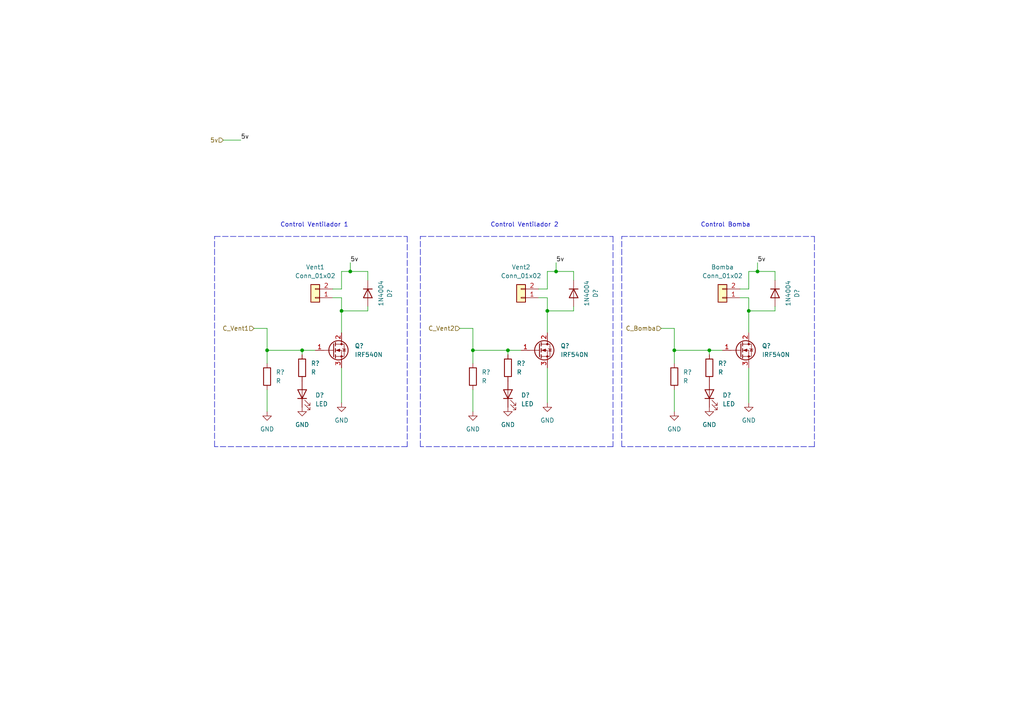
<source format=kicad_sch>
(kicad_sch (version 20211123) (generator eeschema)
  (paper "A4")
  (lib_symbols
    (symbol "Connector_Generic:Conn_01x02" (pin_names (offset 1.016) hide)
      (property "Reference" "J" (at 0 2.54 0))
      (property "Value" "Conn_01x02" (at 0 -5.08 0))
      (symbol "Conn_01x02_1_1"
        (rectangle (start -1.27 -2.413) (end 0 -2.667) (stroke (width 0.1524)))
        (rectangle (start -1.27 0.127) (end 0 -0.127) (stroke (width 0.1524)))
        (rectangle (start -1.27 1.27) (end 1.27 -3.81) (stroke (width 0.254)) (fill (type background)))
        (pin passive line (at -5.08 0 0) (length 3.81) (name "Pin_1") (number "1"))
        (pin passive line (at -5.08 -2.54 0) (length 3.81) (name "Pin_2") (number "2"))
      )
    )
    (symbol "Device:LED" (pin_numbers hide) (pin_names (offset 1.016) hide)
      (property "Reference" "D" (at 0 2.54 0))
      (property "Value" "LED" (at 0 -2.54 0))
      (symbol "LED_0_1"
        (polyline (pts (xy -1.27 -1.27) (xy -1.27 1.27)) (stroke (width 0.254)))
        (polyline (pts (xy -1.27 0) (xy 1.27 0)))
        (polyline (pts (xy 1.27 -1.27) (xy 1.27 1.27) (xy -1.27 0) (xy 1.27 -1.27)) (stroke (width 0.254)))
        (polyline (pts (xy -3.048 -0.762) (xy -4.572 -2.286) (xy -3.81 -2.286) (xy -4.572 -2.286) (xy -4.572 -1.524)))
        (polyline (pts (xy -1.778 -0.762) (xy -3.302 -2.286) (xy -2.54 -2.286) (xy -3.302 -2.286) (xy -3.302 -1.524)))
      )
      (symbol "LED_1_1"
        (pin passive line (at -3.81 0 0) (length 2.54) (name "K") (number "1"))
        (pin passive line (at 3.81 0 180) (length 2.54) (name "A") (number "2"))
      )
    )
    (symbol "Device:R" (pin_numbers hide) (pin_names (offset 0))
      (property "Reference" "R" (at 2.032 0 90))
      (property "Value" "R" (at 0 0 90))
      (symbol "R_0_1"
        (rectangle (start -1.016 -2.54) (end 1.016 2.54) (stroke (width 0.254)))
      )
      (symbol "R_1_1"
        (pin passive line (at 0 3.81 270) (length 1.27) (name "~") (number "1"))
        (pin passive line (at 0 -3.81 90) (length 1.27) (name "~") (number "2"))
      )
    )
    (symbol "Diode:1N4004" (pin_numbers hide) (pin_names (offset 1.016) hide)
      (property "Reference" "D" (at 0 2.54 0))
      (property "Value" "1N4004" (at 0 -2.54 0))
      (symbol "1N4004_0_1"
        (polyline (pts (xy -1.27 1.27) (xy -1.27 -1.27)) (stroke (width 0.254)))
        (polyline (pts (xy 1.27 0) (xy -1.27 0)))
        (polyline (pts (xy 1.27 1.27) (xy 1.27 -1.27) (xy -1.27 0) (xy 1.27 1.27)) (stroke (width 0.254)))
      )
      (symbol "1N4004_1_1"
        (pin passive line (at -3.81 0 0) (length 2.54) (name "K") (number "1"))
        (pin passive line (at 3.81 0 180) (length 2.54) (name "A") (number "2"))
      )
    )
    (symbol "Transistor_FET:IRF540N" (pin_names hide)
      (property "Reference" "Q" (at 6.35 1.905 0))
      (property "Value" "IRF540N" (at 6.35 0 0))
      (symbol "IRF540N_0_1"
        (polyline (pts (xy 0.254 0) (xy -2.54 0)))
        (polyline (pts (xy 0.254 1.905) (xy 0.254 -1.905)) (stroke (width 0.254)))
        (polyline (pts (xy 0.762 -1.27) (xy 0.762 -2.286)) (stroke (width 0.254)))
        (polyline (pts (xy 0.762 0.508) (xy 0.762 -0.508)) (stroke (width 0.254)))
        (polyline (pts (xy 0.762 2.286) (xy 0.762 1.27)) (stroke (width 0.254)))
        (polyline (pts (xy 2.54 2.54) (xy 2.54 1.778)))
        (polyline (pts (xy 2.54 -2.54) (xy 2.54 0) (xy 0.762 0)))
        (polyline (pts (xy 0.762 -1.778) (xy 3.302 -1.778) (xy 3.302 1.778) (xy 0.762 1.778)))
        (polyline (pts (xy 1.016 0) (xy 2.032 0.381) (xy 2.032 -0.381) (xy 1.016 0)) (fill (type outline)))
        (polyline (pts (xy 2.794 0.508) (xy 2.921 0.381) (xy 3.683 0.381) (xy 3.81 0.254)))
        (polyline (pts (xy 3.302 0.381) (xy 2.921 -0.254) (xy 3.683 -0.254) (xy 3.302 0.381)))
        (circle (center 1.651 0) (radius 2.794) (stroke (width 0.254)))
        (circle (center 2.54 -1.778) (radius 0.254) (fill (type outline)))
        (circle (center 2.54 1.778) (radius 0.254) (fill (type outline)))
      )
      (symbol "IRF540N_1_1"
        (pin input line (at -5.08 0 0) (length 2.54) (name "G") (number "1"))
        (pin passive line (at 2.54 5.08 270) (length 2.54) (name "D") (number "2"))
        (pin passive line (at 2.54 -5.08 90) (length 2.54) (name "S") (number "3"))
      )
    )
    (symbol "power:GND" (power) (pin_names (offset 0))
      (property "Value" "GND" (at 0 -3.81 0))
      (symbol "GND_0_1"
        (polyline (pts (xy 0 0) (xy 0 -1.27) (xy 1.27 -1.27) (xy 0 -2.54) (xy -1.27 -1.27) (xy 0 -1.27)))
      )
      (symbol "GND_1_1"
        (pin power_in line (at 0 0 270) (length 0) hide (name "GND") (number "1"))
      )
    )
  )
  (junction (at 137.16 101.6))
  (junction (at 158.75 90.17))
  (junction (at 195.58 101.6))
  (junction (at 147.32 101.6))
  (junction (at 217.17 90.17))
  (junction (at 77.47 101.6))
  (junction (at 99.06 90.17))
  (junction (at 161.29 78.74))
  (junction (at 101.6 78.74))
  (junction (at 87.63 101.6))
  (junction (at 219.71 78.74))
  (junction (at 205.74 101.6))
  (polyline (pts (xy 236.22 129.54) (xy 180.34 129.54)))
  (wire (pts (xy 77.47 113.03) (xy 77.47 119.38)))
  (polyline (pts (xy 180.34 129.54) (xy 180.34 76.2)))
  (polyline (pts (xy 177.8 68.58) (xy 177.8 129.54)))
  (wire (pts (xy 158.75 78.74) (xy 158.75 83.82)))
  (wire (pts (xy 96.52 86.36) (xy 99.06 86.36)))
  (polyline (pts (xy 121.92 76.2) (xy 121.92 68.58)))
  (polyline (pts (xy 62.23 76.2) (xy 62.23 68.58)))
  (wire (pts (xy 156.21 83.82) (xy 158.75 83.82)))
  (wire (pts (xy 158.75 90.17) (xy 158.75 86.36)))
  (wire (pts (xy 195.58 113.03) (xy 195.58 119.38)))
  (wire (pts (xy 224.79 88.9) (xy 224.79 90.17)))
  (polyline (pts (xy 118.11 129.54) (xy 62.23 129.54)))
  (wire (pts (xy 217.17 106.68) (xy 217.17 116.84)))
  (wire (pts (xy 161.29 76.2) (xy 161.29 78.74)))
  (wire (pts (xy 217.17 90.17) (xy 224.79 90.17)))
  (wire (pts (xy 151.13 101.6) (xy 147.32 101.6)))
  (wire (pts (xy 137.16 95.25) (xy 137.16 101.6)))
  (wire (pts (xy 99.06 90.17) (xy 99.06 86.36)))
  (wire (pts (xy 137.16 113.03) (xy 137.16 119.38)))
  (wire (pts (xy 219.71 76.2) (xy 219.71 78.74)))
  (wire (pts (xy 106.68 88.9) (xy 106.68 90.17)))
  (wire (pts (xy 73.66 95.25) (xy 77.47 95.25)))
  (wire (pts (xy 166.37 81.28) (xy 166.37 78.74)))
  (wire (pts (xy 205.74 101.6) (xy 195.58 101.6)))
  (wire (pts (xy 101.6 78.74) (xy 106.68 78.74)))
  (wire (pts (xy 99.06 90.17) (xy 99.06 96.52)))
  (wire (pts (xy 219.71 78.74) (xy 224.79 78.74)))
  (wire (pts (xy 158.75 90.17) (xy 158.75 96.52)))
  (wire (pts (xy 214.63 83.82) (xy 217.17 83.82)))
  (wire (pts (xy 158.75 78.74) (xy 161.29 78.74)))
  (wire (pts (xy 224.79 81.28) (xy 224.79 78.74)))
  (wire (pts (xy 214.63 86.36) (xy 217.17 86.36)))
  (wire (pts (xy 195.58 95.25) (xy 195.58 101.6)))
  (polyline (pts (xy 180.34 68.58) (xy 236.22 68.58)))
  (wire (pts (xy 158.75 106.68) (xy 158.75 116.84)))
  (wire (pts (xy 166.37 88.9) (xy 166.37 90.17)))
  (polyline (pts (xy 62.23 68.58) (xy 118.11 68.58)))
  (polyline (pts (xy 177.8 129.54) (xy 121.92 129.54)))
  (wire (pts (xy 156.21 86.36) (xy 158.75 86.36)))
  (wire (pts (xy 106.68 81.28) (xy 106.68 78.74)))
  (polyline (pts (xy 121.92 129.54) (xy 121.92 76.2)))
  (wire (pts (xy 137.16 101.6) (xy 137.16 105.41)))
  (wire (pts (xy 87.63 101.6) (xy 77.47 101.6)))
  (polyline (pts (xy 118.11 68.58) (xy 118.11 129.54)))
  (wire (pts (xy 99.06 78.74) (xy 101.6 78.74)))
  (wire (pts (xy 158.75 90.17) (xy 166.37 90.17)))
  (wire (pts (xy 205.74 101.6) (xy 205.74 102.87)))
  (wire (pts (xy 87.63 101.6) (xy 87.63 102.87)))
  (wire (pts (xy 217.17 90.17) (xy 217.17 86.36)))
  (wire (pts (xy 209.55 101.6) (xy 205.74 101.6)))
  (wire (pts (xy 195.58 101.6) (xy 195.58 105.41)))
  (polyline (pts (xy 180.34 76.2) (xy 180.34 68.58)))
  (wire (pts (xy 99.06 90.17) (xy 106.68 90.17)))
  (wire (pts (xy 133.35 95.25) (xy 137.16 95.25)))
  (wire (pts (xy 217.17 78.74) (xy 219.71 78.74)))
  (wire (pts (xy 77.47 95.25) (xy 77.47 101.6)))
  (polyline (pts (xy 62.23 129.54) (xy 62.23 76.2)))
  (wire (pts (xy 147.32 101.6) (xy 137.16 101.6)))
  (polyline (pts (xy 121.92 68.58) (xy 177.8 68.58)))
  (wire (pts (xy 96.52 83.82) (xy 99.06 83.82)))
  (wire (pts (xy 191.77 95.25) (xy 195.58 95.25)))
  (wire (pts (xy 99.06 78.74) (xy 99.06 83.82)))
  (wire (pts (xy 77.47 101.6) (xy 77.47 105.41)))
  (wire (pts (xy 99.06 106.68) (xy 99.06 116.84)))
  (wire (pts (xy 91.44 101.6) (xy 87.63 101.6)))
  (wire (pts (xy 64.77 40.64) (xy 69.85 40.64)))
  (wire (pts (xy 217.17 78.74) (xy 217.17 83.82)))
  (polyline (pts (xy 236.22 68.58) (xy 236.22 129.54)))
  (wire (pts (xy 161.29 78.74) (xy 166.37 78.74)))
  (wire (pts (xy 147.32 101.6) (xy 147.32 102.87)))
  (wire (pts (xy 101.6 76.2) (xy 101.6 78.74)))
  (wire (pts (xy 217.17 90.17) (xy 217.17 96.52)))
  (text "Control Bomba" (at 203.2 66.04 0) (effects (font (size 1.27 1.27)) (justify left bottom)))
  (text "Control Ventilador 1" (at 81.28 66.04 0) (effects (font (size 1.27 1.27)) (justify left bottom)))
  (text "Control Ventilador 2" (at 142.24 66.04 0) (effects (font (size 1.27 1.27)) (justify left bottom)))
  (label "5v" (at 161.29 76.2 0))
  (label "5v" (at 219.71 76.2 0))
  (label "5v" (at 101.6 76.2 0))
  (label "5v" (at 69.85 40.64 0))
  (hierarchical_label "C_Bomba" (shape input) (at 191.77 95.25 180))
  (hierarchical_label "C_Vent2" (shape input) (at 133.35 95.25 180))
  (hierarchical_label "5v" (shape input) (at 64.77 40.64 180))
  (hierarchical_label "C_Vent1" (shape input) (at 73.66 95.25 180))
  (symbol (lib_id "Device:R") (at 87.63 106.68 0) (unit 1)
    (property "Reference" "R?" (at 90.17 105.4099 0) (effects (justify left)))
    (property "Value" "R" (at 90.17 107.9499 0) (effects (justify left)))
  )
  (symbol (lib_id "Device:LED") (at 147.32 114.3 90) (unit 1)
    (property "Reference" "D?" (at 151.13 114.6174 90) (effects (justify right)))
    (property "Value" "LED" (at 151.13 117.1574 90) (effects (justify right)))
  )
  (symbol (lib_id "Device:R") (at 77.47 109.22 0) (unit 1)
    (property "Reference" "R?" (at 80.01 107.9499 0) (effects (justify left)))
    (property "Value" "R" (at 80.01 110.4899 0) (effects (justify left)))
  )
  (symbol (lib_id "Connector_Generic:Conn_01x02") (at 151.13 86.36 180) (unit 1)
    (property "Reference" "Vent2" (at 151.13 77.47 0))
    (property "Value" "Conn_01x02" (at 151.13 80.01 0))
  )
  (symbol (lib_id "Transistor_FET:IRF540N") (at 96.52 101.6 0) (unit 1)
    (property "Reference" "Q?" (at 102.87 100.3299 0) (effects (justify left)))
    (property "Value" "IRF540N" (at 102.87 102.8699 0) (effects (justify left)))
    (property "Footprint" "Package_TO_SOT_THT:TO-220-3_Vertical" (effects hide))
    (property "Datasheet" "http://www.irf.com/product-info/datasheets/data/irf540n.pdf" (effects hide))
  )
  (symbol (lib_id "Device:LED") (at 87.63 114.3 90) (unit 1)
    (property "Reference" "D?" (at 91.44 114.6174 90) (effects (justify right)))
    (property "Value" "LED" (at 91.44 117.1574 90) (effects (justify right)))
  )
  (symbol (lib_id "power:GND") (at 137.16 119.38 0) (unit 1)
    (property "Reference" "#PWR?" (effects hide))
    (property "Value" "GND" (at 137.16 124.46 0))
  )
  (symbol (lib_id "Connector_Generic:Conn_01x02") (at 91.44 86.36 180) (unit 1)
    (property "Reference" "Vent1" (at 91.44 77.47 0))
    (property "Value" "Conn_01x02" (at 91.44 80.01 0))
  )
  (symbol (lib_id "Connector_Generic:Conn_01x02") (at 209.55 86.36 180) (unit 1)
    (property "Reference" "Bomba" (at 209.55 77.47 0))
    (property "Value" "Conn_01x02" (at 209.55 80.01 0))
  )
  (symbol (lib_id "power:GND") (at 147.32 118.11 0) (unit 1)
    (property "Reference" "#PWR?" (effects hide))
    (property "Value" "GND" (at 147.32 123.19 0))
  )
  (symbol (lib_id "Device:LED") (at 205.74 114.3 90) (unit 1)
    (property "Reference" "D?" (at 209.55 114.6174 90) (effects (justify right)))
    (property "Value" "LED" (at 209.55 117.1574 90) (effects (justify right)))
  )
  (symbol (lib_id "power:GND") (at 87.63 118.11 0) (unit 1)
    (property "Reference" "#PWR?" (effects hide))
    (property "Value" "GND" (at 87.63 123.19 0))
  )
  (symbol (lib_id "power:GND") (at 205.74 118.11 0) (unit 1)
    (property "Reference" "#PWR?" (effects hide))
    (property "Value" "GND" (at 205.74 123.19 0))
  )
  (symbol (lib_id "power:GND") (at 158.75 116.84 0) (unit 1)
    (property "Reference" "#PWR?" (effects hide))
    (property "Value" "GND" (at 158.75 121.92 0))
  )
  (symbol (lib_id "Transistor_FET:IRF540N") (at 156.21 101.6 0) (unit 1)
    (property "Reference" "Q?" (at 162.56 100.3299 0) (effects (justify left)))
    (property "Value" "IRF540N" (at 162.56 102.8699 0) (effects (justify left)))
    (property "Footprint" "Package_TO_SOT_THT:TO-220-3_Vertical" (effects hide))
    (property "Datasheet" "http://www.irf.com/product-info/datasheets/data/irf540n.pdf" (effects hide))
  )
  (symbol (lib_id "Device:R") (at 137.16 109.22 0) (unit 1)
    (property "Reference" "R?" (at 139.7 107.9499 0) (effects (justify left)))
    (property "Value" "R" (at 139.7 110.4899 0) (effects (justify left)))
  )
  (symbol (lib_id "Device:R") (at 195.58 109.22 0) (unit 1)
    (property "Reference" "R?" (at 198.12 107.9499 0) (effects (justify left)))
    (property "Value" "R" (at 198.12 110.4899 0) (effects (justify left)))
  )
  (symbol (lib_id "Diode:1N4004") (at 166.37 85.09 270) (unit 1)
    (property "Reference" "D?" (at 172.72 85.09 0))
    (property "Value" "1N4004" (at 170.18 85.09 0))
    (property "Footprint" "Diode_THT:D_DO-41_SOD81_P10.16mm_Horizontal" (effects hide))
    (property "Datasheet" "http://www.vishay.com/docs/88503/1n4001.pdf" (effects hide))
  )
  (symbol (lib_id "Device:R") (at 147.32 106.68 0) (unit 1)
    (property "Reference" "R?" (at 149.86 105.4099 0) (effects (justify left)))
    (property "Value" "R" (at 149.86 107.9499 0) (effects (justify left)))
  )
  (symbol (lib_id "Device:R") (at 205.74 106.68 0) (unit 1)
    (property "Reference" "R?" (at 208.28 105.4099 0) (effects (justify left)))
    (property "Value" "R" (at 208.28 107.9499 0) (effects (justify left)))
  )
  (symbol (lib_id "power:GND") (at 195.58 119.38 0) (unit 1)
    (property "Reference" "#PWR?" (effects hide))
    (property "Value" "GND" (at 195.58 124.46 0))
  )
  (symbol (lib_id "power:GND") (at 99.06 116.84 0) (unit 1)
    (property "Reference" "#PWR?" (effects hide))
    (property "Value" "GND" (at 99.06 121.92 0))
  )
  (symbol (lib_id "Diode:1N4004") (at 224.79 85.09 270) (unit 1)
    (property "Reference" "D?" (at 231.14 85.09 0))
    (property "Value" "1N4004" (at 228.6 85.09 0))
    (property "Footprint" "Diode_THT:D_DO-41_SOD81_P10.16mm_Horizontal" (effects hide))
    (property "Datasheet" "http://www.vishay.com/docs/88503/1n4001.pdf" (effects hide))
  )
  (symbol (lib_id "Transistor_FET:IRF540N") (at 214.63 101.6 0) (unit 1)
    (property "Reference" "Q?" (at 220.98 100.3299 0) (effects (justify left)))
    (property "Value" "IRF540N" (at 220.98 102.8699 0) (effects (justify left)))
    (property "Footprint" "Package_TO_SOT_THT:TO-220-3_Vertical" (effects hide))
    (property "Datasheet" "http://www.irf.com/product-info/datasheets/data/irf540n.pdf" (effects hide))
  )
  (symbol (lib_id "Diode:1N4004") (at 106.68 85.09 270) (unit 1)
    (property "Reference" "D?" (at 113.03 85.09 0))
    (property "Value" "1N4004" (at 110.49 85.09 0))
    (property "Footprint" "Diode_THT:D_DO-41_SOD81_P10.16mm_Horizontal" (effects hide))
    (property "Datasheet" "http://www.vishay.com/docs/88503/1n4001.pdf" (effects hide))
  )
  (symbol (lib_id "power:GND") (at 77.47 119.38 0) (unit 1)
    (property "Reference" "#PWR?" (effects hide))
    (property "Value" "GND" (at 77.47 124.46 0))
  )
  (symbol (lib_id "power:GND") (at 217.17 116.84 0) (unit 1)
    (property "Reference" "#PWR?" (effects hide))
    (property "Value" "GND" (at 217.17 121.92 0))
  )
)
</source>
